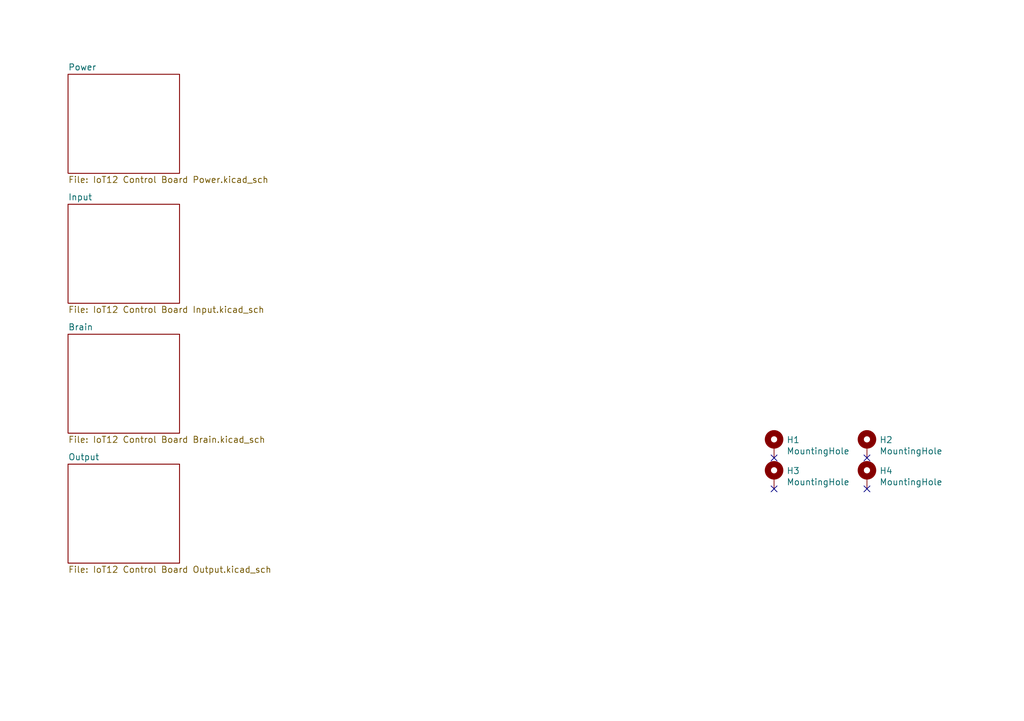
<source format=kicad_sch>
(kicad_sch (version 20211123) (generator eeschema)

  (uuid 2454fd1b-3484-4838-8b7e-d26357238fe1)

  (paper "A5")

  (title_block
    (title "IoT12 Control Board")
    (date "2022-12-20")
    (rev "V2.2")
    (company "https://github.com/atoomnetmarc/IoT12")
  )

  (lib_symbols
    (symbol "Mechanical:MountingHole_Pad" (pin_numbers hide) (pin_names (offset 1.016) hide) (in_bom yes) (on_board yes)
      (property "Reference" "H" (id 0) (at 0 6.35 0)
        (effects (font (size 1.27 1.27)))
      )
      (property "Value" "MountingHole_Pad" (id 1) (at 0 4.445 0)
        (effects (font (size 1.27 1.27)))
      )
      (property "Footprint" "" (id 2) (at 0 0 0)
        (effects (font (size 1.27 1.27)) hide)
      )
      (property "Datasheet" "~" (id 3) (at 0 0 0)
        (effects (font (size 1.27 1.27)) hide)
      )
      (property "ki_keywords" "mounting hole" (id 4) (at 0 0 0)
        (effects (font (size 1.27 1.27)) hide)
      )
      (property "ki_description" "Mounting Hole with connection" (id 5) (at 0 0 0)
        (effects (font (size 1.27 1.27)) hide)
      )
      (property "ki_fp_filters" "MountingHole*Pad*" (id 6) (at 0 0 0)
        (effects (font (size 1.27 1.27)) hide)
      )
      (symbol "MountingHole_Pad_0_1"
        (circle (center 0 1.27) (radius 1.27)
          (stroke (width 1.27) (type default) (color 0 0 0 0))
          (fill (type none))
        )
      )
      (symbol "MountingHole_Pad_1_1"
        (pin input line (at 0 -2.54 90) (length 2.54)
          (name "1" (effects (font (size 1.27 1.27))))
          (number "1" (effects (font (size 1.27 1.27))))
        )
      )
    )
  )


  (no_connect (at 158.75 100.33) (uuid 0c2229b5-86ab-4eba-90c0-e971cf7e51c3))
  (no_connect (at 158.75 93.98) (uuid 15ae6436-acd6-47fc-8596-d34bdf2e9a30))
  (no_connect (at 177.8 100.33) (uuid 179982f9-75bc-4867-9c04-03a641939574))
  (no_connect (at 177.8 93.98) (uuid d72e2e85-fa1e-40da-b7dc-408511cce4de))

  (symbol (lib_id "Mechanical:MountingHole_Pad") (at 158.75 91.44 0) (unit 1)
    (in_bom no) (on_board yes)
    (uuid 00000000-0000-0000-0000-00005ff6208f)
    (property "Reference" "H1" (id 0) (at 161.29 90.2716 0)
      (effects (font (size 1.27 1.27)) (justify left))
    )
    (property "Value" "MountingHole" (id 1) (at 161.29 92.583 0)
      (effects (font (size 1.27 1.27)) (justify left))
    )
    (property "Footprint" "MountingHole:MountingHole_3.2mm_M3_Pad_Via" (id 2) (at 158.75 91.44 0)
      (effects (font (size 1.27 1.27)) hide)
    )
    (property "Datasheet" "~" (id 3) (at 158.75 91.44 0)
      (effects (font (size 1.27 1.27)) hide)
    )
    (pin "1" (uuid 8a502044-d68d-43e8-a903-238f8fc59270))
  )

  (symbol (lib_id "Mechanical:MountingHole_Pad") (at 158.75 97.79 0) (unit 1)
    (in_bom no) (on_board yes)
    (uuid 00000000-0000-0000-0000-00005ff62514)
    (property "Reference" "H3" (id 0) (at 161.29 96.6216 0)
      (effects (font (size 1.27 1.27)) (justify left))
    )
    (property "Value" "MountingHole" (id 1) (at 161.29 98.933 0)
      (effects (font (size 1.27 1.27)) (justify left))
    )
    (property "Footprint" "MountingHole:MountingHole_3.2mm_M3_Pad_Via" (id 2) (at 158.75 97.79 0)
      (effects (font (size 1.27 1.27)) hide)
    )
    (property "Datasheet" "~" (id 3) (at 158.75 97.79 0)
      (effects (font (size 1.27 1.27)) hide)
    )
    (pin "1" (uuid 41f9621e-f915-4a51-a6ce-8a5949481ebf))
  )

  (symbol (lib_id "Mechanical:MountingHole_Pad") (at 177.8 97.79 0) (unit 1)
    (in_bom no) (on_board yes)
    (uuid 00000000-0000-0000-0000-00005ff626b4)
    (property "Reference" "H4" (id 0) (at 180.34 96.6216 0)
      (effects (font (size 1.27 1.27)) (justify left))
    )
    (property "Value" "MountingHole" (id 1) (at 180.34 98.933 0)
      (effects (font (size 1.27 1.27)) (justify left))
    )
    (property "Footprint" "MountingHole:MountingHole_3.2mm_M3_Pad_Via" (id 2) (at 177.8 97.79 0)
      (effects (font (size 1.27 1.27)) hide)
    )
    (property "Datasheet" "~" (id 3) (at 177.8 97.79 0)
      (effects (font (size 1.27 1.27)) hide)
    )
    (pin "1" (uuid 7a7f1b20-1726-477b-827a-e7438b74f485))
  )

  (symbol (lib_id "Mechanical:MountingHole_Pad") (at 177.8 91.44 0) (unit 1)
    (in_bom no) (on_board yes)
    (uuid 00000000-0000-0000-0000-00005ff628b9)
    (property "Reference" "H2" (id 0) (at 180.34 90.2716 0)
      (effects (font (size 1.27 1.27)) (justify left))
    )
    (property "Value" "MountingHole" (id 1) (at 180.34 92.583 0)
      (effects (font (size 1.27 1.27)) (justify left))
    )
    (property "Footprint" "MountingHole:MountingHole_3.2mm_M3_Pad_Via" (id 2) (at 177.8 91.44 0)
      (effects (font (size 1.27 1.27)) hide)
    )
    (property "Datasheet" "~" (id 3) (at 177.8 91.44 0)
      (effects (font (size 1.27 1.27)) hide)
    )
    (pin "1" (uuid 606a0456-30b4-47ff-89dd-f4b1a77353d5))
  )

  (sheet (at 13.97 41.91) (size 22.86 20.32) (fields_autoplaced)
    (stroke (width 0) (type solid) (color 0 0 0 0))
    (fill (color 0 0 0 0.0000))
    (uuid 00000000-0000-0000-0000-00006029ef83)
    (property "Sheet name" "Input" (id 0) (at 13.97 41.1984 0)
      (effects (font (size 1.27 1.27)) (justify left bottom))
    )
    (property "Sheet file" "IoT12 Control Board Input.kicad_sch" (id 1) (at 13.97 62.8146 0)
      (effects (font (size 1.27 1.27)) (justify left top))
    )
  )

  (sheet (at 13.97 15.24) (size 22.86 20.32) (fields_autoplaced)
    (stroke (width 0) (type solid) (color 0 0 0 0))
    (fill (color 0 0 0 0.0000))
    (uuid 00000000-0000-0000-0000-0000604268ee)
    (property "Sheet name" "Power" (id 0) (at 13.97 14.5284 0)
      (effects (font (size 1.27 1.27)) (justify left bottom))
    )
    (property "Sheet file" "IoT12 Control Board Power.kicad_sch" (id 1) (at 13.97 36.1446 0)
      (effects (font (size 1.27 1.27)) (justify left top))
    )
  )

  (sheet (at 13.97 68.58) (size 22.86 20.32) (fields_autoplaced)
    (stroke (width 0) (type solid) (color 0 0 0 0))
    (fill (color 0 0 0 0.0000))
    (uuid 00000000-0000-0000-0000-000060488463)
    (property "Sheet name" "Brain" (id 0) (at 13.97 67.8684 0)
      (effects (font (size 1.27 1.27)) (justify left bottom))
    )
    (property "Sheet file" "IoT12 Control Board Brain.kicad_sch" (id 1) (at 13.97 89.4846 0)
      (effects (font (size 1.27 1.27)) (justify left top))
    )
  )

  (sheet (at 13.97 95.25) (size 22.86 20.32) (fields_autoplaced)
    (stroke (width 0) (type solid) (color 0 0 0 0))
    (fill (color 0 0 0 0.0000))
    (uuid 00000000-0000-0000-0000-0000604a18a1)
    (property "Sheet name" "Output" (id 0) (at 13.97 94.5384 0)
      (effects (font (size 1.27 1.27)) (justify left bottom))
    )
    (property "Sheet file" "IoT12 Control Board Output.kicad_sch" (id 1) (at 13.97 116.1546 0)
      (effects (font (size 1.27 1.27)) (justify left top))
    )
  )

  (sheet_instances
    (path "/" (page "1"))
    (path "/00000000-0000-0000-0000-0000604268ee" (page "2"))
    (path "/00000000-0000-0000-0000-00006029ef83" (page "3"))
    (path "/00000000-0000-0000-0000-000060488463" (page "4"))
    (path "/00000000-0000-0000-0000-0000604a18a1" (page "5"))
  )

  (symbol_instances
    (path "/00000000-0000-0000-0000-00006029ef83/00000000-0000-0000-0000-0000607033b8"
      (reference "#FLG0101") (unit 1) (value "PWR_FLAG") (footprint "")
    )
    (path "/00000000-0000-0000-0000-00006029ef83/00000000-0000-0000-0000-0000606e8615"
      (reference "#FLG0102") (unit 1) (value "PWR_FLAG") (footprint "")
    )
    (path "/00000000-0000-0000-0000-0000604268ee/4fa44df4-3875-402c-bfec-b4d88b8b6638"
      (reference "#FLG0103") (unit 1) (value "PWR_FLAG") (footprint "")
    )
    (path "/00000000-0000-0000-0000-0000604268ee/8eb3b12a-1907-4593-9ba9-3e425a6d086c"
      (reference "#FLG0104") (unit 1) (value "PWR_FLAG") (footprint "")
    )
    (path "/00000000-0000-0000-0000-0000604268ee/e3f5d669-aa0d-4766-b4c7-9f37efec8f4c"
      (reference "#FLG0105") (unit 1) (value "PWR_FLAG") (footprint "")
    )
    (path "/00000000-0000-0000-0000-0000604268ee/7cd39807-9a30-4b5d-9d48-89e0476ad85a"
      (reference "#FLG0106") (unit 1) (value "PWR_FLAG") (footprint "")
    )
    (path "/00000000-0000-0000-0000-000060488463/09737fcc-64ae-4000-a22f-1dafde22b5e6"
      (reference "#PWR01") (unit 1) (value "+5V") (footprint "")
    )
    (path "/00000000-0000-0000-0000-000060488463/8c46b296-7196-4e5a-ae97-398a20821f33"
      (reference "#PWR02") (unit 1) (value "+3.3V") (footprint "")
    )
    (path "/00000000-0000-0000-0000-0000604268ee/5ecd3a23-5c62-4dd4-b65e-9a0c199dec27"
      (reference "#PWR03") (unit 1) (value "+5V") (footprint "")
    )
    (path "/00000000-0000-0000-0000-0000604268ee/f23f3a8a-e9ce-410a-a43b-b316849fbdf4"
      (reference "#PWR04") (unit 1) (value "GND") (footprint "")
    )
    (path "/00000000-0000-0000-0000-0000604268ee/9751a6eb-c485-4787-b59a-3f5bf9caed61"
      (reference "#PWR05") (unit 1) (value "+24V") (footprint "")
    )
    (path "/00000000-0000-0000-0000-000060488463/ff4245c0-4ee1-4143-9ede-76e77b1f71a2"
      (reference "#PWR06") (unit 1) (value "+3.3V") (footprint "")
    )
    (path "/00000000-0000-0000-0000-000060488463/75615f4a-8c2f-4db7-b6ed-d9c0efa67838"
      (reference "#PWR07") (unit 1) (value "+3.3V") (footprint "")
    )
    (path "/00000000-0000-0000-0000-00006029ef83/3735351e-f4ae-44f1-b8bd-138c9d9d0175"
      (reference "#PWR08") (unit 1) (value "GND") (footprint "")
    )
    (path "/00000000-0000-0000-0000-00006029ef83/9089b8a7-83ee-4f5b-b163-c07ca622d0ba"
      (reference "#PWR09") (unit 1) (value "+3.3V") (footprint "")
    )
    (path "/00000000-0000-0000-0000-000060488463/5d8599f0-1cc8-4ae5-8095-bf24dd85ada4"
      (reference "#PWR010") (unit 1) (value "+3.3V") (footprint "")
    )
    (path "/00000000-0000-0000-0000-000060488463/1c6ebf41-02fb-47f5-a434-3c9d061c83c9"
      (reference "#PWR011") (unit 1) (value "GND") (footprint "")
    )
    (path "/00000000-0000-0000-0000-000060488463/4f1264b3-ac91-4aba-acc6-9e305bca977a"
      (reference "#PWR012") (unit 1) (value "GND") (footprint "")
    )
    (path "/00000000-0000-0000-0000-00006029ef83/00000000-0000-0000-0000-00006018fe62"
      (reference "#PWR0101") (unit 1) (value "+3.3V") (footprint "")
    )
    (path "/00000000-0000-0000-0000-00006029ef83/00000000-0000-0000-0000-0000603393a7"
      (reference "#PWR0102") (unit 1) (value "+3.3V") (footprint "")
    )
    (path "/00000000-0000-0000-0000-00006029ef83/00000000-0000-0000-0000-000060339396"
      (reference "#PWR0103") (unit 1) (value "GND") (footprint "")
    )
    (path "/00000000-0000-0000-0000-00006029ef83/00000000-0000-0000-0000-0000603393aa"
      (reference "#PWR0104") (unit 1) (value "GND") (footprint "")
    )
    (path "/00000000-0000-0000-0000-00006029ef83/00000000-0000-0000-0000-0000603393ae"
      (reference "#PWR0105") (unit 1) (value "GND") (footprint "")
    )
    (path "/00000000-0000-0000-0000-00006029ef83/00000000-0000-0000-0000-0000603393ad"
      (reference "#PWR0106") (unit 1) (value "GND") (footprint "")
    )
    (path "/00000000-0000-0000-0000-00006029ef83/00000000-0000-0000-0000-00006018f510"
      (reference "#PWR0107") (unit 1) (value "GND") (footprint "")
    )
    (path "/00000000-0000-0000-0000-00006029ef83/00000000-0000-0000-0000-0000603393a6"
      (reference "#PWR0108") (unit 1) (value "GND") (footprint "")
    )
    (path "/00000000-0000-0000-0000-00006029ef83/00000000-0000-0000-0000-00006028c38e"
      (reference "#PWR0109") (unit 1) (value "+3.3V") (footprint "")
    )
    (path "/00000000-0000-0000-0000-00006029ef83/00000000-0000-0000-0000-0000603e71ad"
      (reference "#PWR0110") (unit 1) (value "+3.3V") (footprint "")
    )
    (path "/00000000-0000-0000-0000-00006029ef83/00000000-0000-0000-0000-00006026b468"
      (reference "#PWR0111") (unit 1) (value "+3.3V") (footprint "")
    )
    (path "/00000000-0000-0000-0000-00006029ef83/00000000-0000-0000-0000-0000605ce7ef"
      (reference "#PWR0112") (unit 1) (value "+3.3V") (footprint "")
    )
    (path "/00000000-0000-0000-0000-00006029ef83/00000000-0000-0000-0000-0000603393a1"
      (reference "#PWR0113") (unit 1) (value "GND") (footprint "")
    )
    (path "/00000000-0000-0000-0000-00006029ef83/00000000-0000-0000-0000-0000603af428"
      (reference "#PWR0114") (unit 1) (value "GND") (footprint "")
    )
    (path "/00000000-0000-0000-0000-00006029ef83/00000000-0000-0000-0000-00006026ad10"
      (reference "#PWR0115") (unit 1) (value "GND") (footprint "")
    )
    (path "/00000000-0000-0000-0000-00006029ef83/00000000-0000-0000-0000-000060379b2a"
      (reference "#PWR0116") (unit 1) (value "GND") (footprint "")
    )
    (path "/00000000-0000-0000-0000-00006029ef83/00000000-0000-0000-0000-000060133809"
      (reference "#PWR0117") (unit 1) (value "+3.3V") (footprint "")
    )
    (path "/00000000-0000-0000-0000-0000604268ee/2bc5a0f3-c370-4f02-9b39-6f097d1abd9d"
      (reference "#PWR0118") (unit 1) (value "GND") (footprint "")
    )
    (path "/00000000-0000-0000-0000-000060488463/43463e60-4627-44a7-8862-4f6d74f8b94a"
      (reference "#PWR0119") (unit 1) (value "GND") (footprint "")
    )
    (path "/00000000-0000-0000-0000-000060488463/54ba5212-889d-4941-800c-b0ec5c64264d"
      (reference "#PWR0120") (unit 1) (value "+3.3V") (footprint "")
    )
    (path "/00000000-0000-0000-0000-000060488463/c496b3bb-0d22-4002-8b0d-b8a757812e5c"
      (reference "#PWR0121") (unit 1) (value "+3.3V") (footprint "")
    )
    (path "/00000000-0000-0000-0000-0000604a18a1/b5b856cc-bcc8-4d32-bed1-7ddce4d16b0d"
      (reference "#PWR0122") (unit 1) (value "GND") (footprint "")
    )
    (path "/00000000-0000-0000-0000-0000604a18a1/08c9b678-3058-4882-aafa-1db9f857f508"
      (reference "#PWR0123") (unit 1) (value "+3.3V") (footprint "")
    )
    (path "/00000000-0000-0000-0000-000060488463/00000000-0000-0000-0000-00005ff0ebe1"
      (reference "#PWR0132") (unit 1) (value "+5V") (footprint "")
    )
    (path "/00000000-0000-0000-0000-000060488463/00000000-0000-0000-0000-00005ff124e8"
      (reference "#PWR0133") (unit 1) (value "+3.3V") (footprint "")
    )
    (path "/00000000-0000-0000-0000-0000604268ee/00000000-0000-0000-0000-000060501446"
      (reference "#PWR0136") (unit 1) (value "GND") (footprint "")
    )
    (path "/00000000-0000-0000-0000-000060488463/00000000-0000-0000-0000-0000608ead5c"
      (reference "#PWR0137") (unit 1) (value "GND") (footprint "")
    )
    (path "/00000000-0000-0000-0000-000060488463/00000000-0000-0000-0000-00006031baf6"
      (reference "#PWR0152") (unit 1) (value "GND") (footprint "")
    )
    (path "/00000000-0000-0000-0000-000060488463/00000000-0000-0000-0000-00005ff0e00e"
      (reference "#PWR0153") (unit 1) (value "GND") (footprint "")
    )
    (path "/00000000-0000-0000-0000-000060488463/00000000-0000-0000-0000-00006032601f"
      (reference "#PWR0157") (unit 1) (value "+3.3V") (footprint "")
    )
    (path "/00000000-0000-0000-0000-000060488463/00000000-0000-0000-0000-000060326c39"
      (reference "#PWR0158") (unit 1) (value "+3.3V") (footprint "")
    )
    (path "/00000000-0000-0000-0000-0000604a18a1/00000000-0000-0000-0000-000060373f3b"
      (reference "#PWR0164") (unit 1) (value "+24V") (footprint "")
    )
    (path "/00000000-0000-0000-0000-0000604a18a1/00000000-0000-0000-0000-0000603ab6e0"
      (reference "#PWR0165") (unit 1) (value "+24V") (footprint "")
    )
    (path "/00000000-0000-0000-0000-0000604a18a1/00000000-0000-0000-0000-00006037b770"
      (reference "#PWR0166") (unit 1) (value "+24V") (footprint "")
    )
    (path "/00000000-0000-0000-0000-0000604a18a1/00000000-0000-0000-0000-0000603e5fb5"
      (reference "#PWR0167") (unit 1) (value "+24V") (footprint "")
    )
    (path "/00000000-0000-0000-0000-0000604a18a1/00000000-0000-0000-0000-00006020abd9"
      (reference "#PWR0170") (unit 1) (value "GND") (footprint "")
    )
    (path "/00000000-0000-0000-0000-0000604a18a1/00000000-0000-0000-0000-00005ff2d4e1"
      (reference "#PWR0171") (unit 1) (value "GND") (footprint "")
    )
    (path "/00000000-0000-0000-0000-0000604a18a1/00000000-0000-0000-0000-000060357ca7"
      (reference "#PWR0172") (unit 1) (value "GND") (footprint "")
    )
    (path "/00000000-0000-0000-0000-0000604a18a1/00000000-0000-0000-0000-00006038a739"
      (reference "#PWR0173") (unit 1) (value "GND") (footprint "")
    )
    (path "/00000000-0000-0000-0000-0000604a18a1/00000000-0000-0000-0000-00006006090c"
      (reference "#PWR0174") (unit 1) (value "GND") (footprint "")
    )
    (path "/00000000-0000-0000-0000-0000604a18a1/00000000-0000-0000-0000-00006061aae8"
      (reference "#PWR0176") (unit 1) (value "GND") (footprint "")
    )
    (path "/00000000-0000-0000-0000-0000604a18a1/00000000-0000-0000-0000-000060692f04"
      (reference "#PWR0177") (unit 1) (value "+5V") (footprint "")
    )
    (path "/00000000-0000-0000-0000-0000604a18a1/00000000-0000-0000-0000-00006069361e"
      (reference "#PWR0178") (unit 1) (value "GND") (footprint "")
    )
    (path "/00000000-0000-0000-0000-0000604268ee/00000000-0000-0000-0000-000060501a96"
      (reference "#PWR0179") (unit 1) (value "+3V3") (footprint "")
    )
    (path "/00000000-0000-0000-0000-0000604268ee/00000000-0000-0000-0000-00006071e102"
      (reference "#PWR0180") (unit 1) (value "GND") (footprint "")
    )
    (path "/00000000-0000-0000-0000-000060488463/00000000-0000-0000-0000-00005ff09372"
      (reference "A1") (unit 1) (value "2x Conn_01x19_Female") (footprint "Module-extra:ESP32-DevKitC")
    )
    (path "/00000000-0000-0000-0000-0000604a18a1/00000000-0000-0000-0000-000060692413"
      (reference "A2") (unit 1) (value "max98357") (footprint "Module-extra:max98357")
    )
    (path "/00000000-0000-0000-0000-000060488463/1bfe5704-f0fa-4643-975c-e2c952cc5f20"
      (reference "A3") (unit 1) (value "SAMD21_breakout") (footprint "Module-extra:SAMD21_breakout")
    )
    (path "/00000000-0000-0000-0000-00006029ef83/00000000-0000-0000-0000-0000603393a0"
      (reference "C10") (unit 1) (value "100pF") (footprint "Capacitor_SMD:C_0805_2012Metric_Pad1.18x1.45mm_HandSolder")
    )
    (path "/00000000-0000-0000-0000-00006029ef83/00000000-0000-0000-0000-000060152986"
      (reference "C20") (unit 1) (value "1nF") (footprint "Capacitor_SMD:C_0805_2012Metric_Pad1.18x1.45mm_HandSolder")
    )
    (path "/00000000-0000-0000-0000-00006029ef83/00000000-0000-0000-0000-00006049fe3d"
      (reference "C21") (unit 1) (value "1nF") (footprint "Capacitor_SMD:C_0805_2012Metric_Pad1.18x1.45mm_HandSolder")
    )
    (path "/00000000-0000-0000-0000-00006029ef83/00000000-0000-0000-0000-000060339394"
      (reference "C30") (unit 1) (value "100nF") (footprint "Capacitor_SMD:C_0805_2012Metric_Pad1.18x1.45mm_HandSolder")
    )
    (path "/00000000-0000-0000-0000-00006029ef83/00000000-0000-0000-0000-0000603393a9"
      (reference "C31") (unit 1) (value "100nF") (footprint "Capacitor_SMD:C_0805_2012Metric_Pad1.18x1.45mm_HandSolder")
    )
    (path "/00000000-0000-0000-0000-00006029ef83/00000000-0000-0000-0000-0000603b0236"
      (reference "C32") (unit 1) (value "100nF") (footprint "Capacitor_SMD:C_0805_2012Metric_Pad1.18x1.45mm_HandSolder")
    )
    (path "/00000000-0000-0000-0000-000060488463/ca59518c-1db6-46c3-b2b7-22faa2cd26ec"
      (reference "C33") (unit 1) (value "100nF") (footprint "Capacitor_SMD:C_0805_2012Metric_Pad1.18x1.45mm_HandSolder")
    )
    (path "/00000000-0000-0000-0000-000060488463/00000000-0000-0000-0000-0000608dd07a"
      (reference "C60") (unit 1) (value "100uF/35V") (footprint "Capacitor_SMD:CP_Elec_6.3x7.7")
    )
    (path "/00000000-0000-0000-0000-000060488463/951fb298-546f-4e86-b924-c43db73a4765"
      (reference "C61") (unit 1) (value "100uF/35V") (footprint "Capacitor_SMD:CP_Elec_6.3x7.7")
    )
    (path "/00000000-0000-0000-0000-00006029ef83/00000000-0000-0000-0000-00006033052d"
      (reference "D1") (unit 1) (value "BAV99") (footprint "Package_TO_SOT_SMD:SOT-23")
    )
    (path "/00000000-0000-0000-0000-00006029ef83/00000000-0000-0000-0000-0000602f5ece"
      (reference "D2") (unit 1) (value "BAV99") (footprint "Package_TO_SOT_SMD:SOT-23")
    )
    (path "/00000000-0000-0000-0000-0000604268ee/dd885929-2715-45b1-8bee-0a4d21f19967"
      (reference "D3") (unit 1) (value "BAV99") (footprint "Package_TO_SOT_SMD:SOT-23")
    )
    (path "/00000000-0000-0000-0000-0000604268ee/00000000-0000-0000-0000-0000604fd0fa"
      (reference "D4") (unit 1) (value "BAV99") (footprint "Package_TO_SOT_SMD:SOT-23")
    )
    (path "/00000000-0000-0000-0000-0000604a18a1/00000000-0000-0000-0000-0000603abb73"
      (reference "D10") (unit 1) (value "BZX84C18") (footprint "Package_TO_SOT_SMD:SOT-23")
    )
    (path "/00000000-0000-0000-0000-0000604a18a1/00000000-0000-0000-0000-000060208e90"
      (reference "D20") (unit 1) (value "Red") (footprint "LED_SMD:LED_0805_2012Metric_Pad1.15x1.40mm_HandSolder")
    )
    (path "/00000000-0000-0000-0000-0000604a18a1/00000000-0000-0000-0000-0000603e637a"
      (reference "D30") (unit 1) (value "SS14") (footprint "Diode_SMD:D_SMA")
    )
    (path "/00000000-0000-0000-0000-0000604a18a1/00000000-0000-0000-0000-0000603bc8d1"
      (reference "D40") (unit 1) (value "SS34") (footprint "Diode_SMD:D_SMA")
    )
    (path "/00000000-0000-0000-0000-00005ff6208f"
      (reference "H1") (unit 1) (value "MountingHole") (footprint "MountingHole:MountingHole_3.2mm_M3_Pad_Via")
    )
    (path "/00000000-0000-0000-0000-00005ff628b9"
      (reference "H2") (unit 1) (value "MountingHole") (footprint "MountingHole:MountingHole_3.2mm_M3_Pad_Via")
    )
    (path "/00000000-0000-0000-0000-00005ff62514"
      (reference "H3") (unit 1) (value "MountingHole") (footprint "MountingHole:MountingHole_3.2mm_M3_Pad_Via")
    )
    (path "/00000000-0000-0000-0000-00005ff626b4"
      (reference "H4") (unit 1) (value "MountingHole") (footprint "MountingHole:MountingHole_3.2mm_M3_Pad_Via")
    )
    (path "/00000000-0000-0000-0000-0000604a18a1/4fb81dad-2aec-46b8-9971-4d3a26040cc7"
      (reference "J1") (unit 1) (value "IDC-Header_2x07_P2.54mm") (footprint "Connector_IDC:IDC-Header_2x07_P2.54mm_Vertical")
    )
    (path "/00000000-0000-0000-0000-0000604a18a1/7f7d546c-9882-4393-aecd-00034ccf0397"
      (reference "J2") (unit 1) (value "JST B2B-XH-A") (footprint "Connector_JST:JST_XH_B2B-XH-A_1x02_P2.50mm_Vertical")
    )
    (path "/00000000-0000-0000-0000-0000604268ee/eb9b5c00-8170-440c-b84e-49ad42079ee6"
      (reference "J4") (unit 1) (value "JST B4B-XH-A") (footprint "Connector_JST:JST_XH_B4B-XH-A_1x04_P2.50mm_Vertical")
    )
    (path "/00000000-0000-0000-0000-0000604a18a1/7abc3f00-7daf-414a-89cb-a9cba0a7ef57"
      (reference "J5") (unit 1) (value "JST B5B-XH-A") (footprint "Connector_JST:JST_XH_B5B-XH-A_1x05_P2.50mm_Vertical")
    )
    (path "/00000000-0000-0000-0000-00006029ef83/d59133ba-db87-4e86-86fe-135dd2b22850"
      (reference "J6") (unit 1) (value "JST B6B-XH-A") (footprint "Connector_JST:JST_XH_B6B-XH-A_1x06_P2.50mm_Vertical")
    )
    (path "/00000000-0000-0000-0000-00006029ef83/00000000-0000-0000-0000-00006037b2cf"
      (reference "NT1") (unit 1) (value "~") (footprint "NetTie-extra:NetTie-2_SMD_Pad0.5mm")
    )
    (path "/00000000-0000-0000-0000-0000604a18a1/00000000-0000-0000-0000-00006014262e"
      (reference "NT2") (unit 1) (value "~") (footprint "NetTie-extra:NetTie-2_SMD_Pad0.5mm")
    )
    (path "/00000000-0000-0000-0000-0000604a18a1/00000000-0000-0000-0000-0000604dcd37"
      (reference "NT3") (unit 1) (value "~") (footprint "NetTie-extra:NetTie-2_SMD_Pad0.5mm")
    )
    (path "/00000000-0000-0000-0000-0000604a18a1/00000000-0000-0000-0000-00005ff33f94"
      (reference "Q1") (unit 1) (value "MMBT2222") (footprint "Package_TO_SOT_SMD:SOT-23")
    )
    (path "/00000000-0000-0000-0000-0000604a18a1/00000000-0000-0000-0000-00005ff2b8dd"
      (reference "Q10") (unit 1) (value "AOD403") (footprint "Package_TO_SOT_SMD:TO-252-2")
    )
    (path "/00000000-0000-0000-0000-0000604a18a1/00000000-0000-0000-0000-0000605f934e"
      (reference "R1") (unit 1) (value "0R005") (footprint "Resistor_SMD:R_2512_6332Metric_Pad1.40x3.35mm_HandSolder")
    )
    (path "/00000000-0000-0000-0000-0000604268ee/578c0e15-3040-4d95-97cd-9aa480e8bce7"
      (reference "R2") (unit 1) (value "100R") (footprint "Resistor_SMD:R_0805_2012Metric_Pad1.20x1.40mm_HandSolder")
    )
    (path "/00000000-0000-0000-0000-00006029ef83/00000000-0000-0000-0000-000060339390"
      (reference "R10") (unit 1) (value "100R") (footprint "Resistor_SMD:R_0805_2012Metric_Pad1.20x1.40mm_HandSolder")
    )
    (path "/00000000-0000-0000-0000-00006029ef83/00000000-0000-0000-0000-0000603393a8"
      (reference "R11") (unit 1) (value "100R") (footprint "Resistor_SMD:R_0805_2012Metric_Pad1.20x1.40mm_HandSolder")
    )
    (path "/00000000-0000-0000-0000-0000604268ee/00000000-0000-0000-0000-000060506a5d"
      (reference "R12") (unit 1) (value "100R") (footprint "Resistor_SMD:R_0805_2012Metric_Pad1.20x1.40mm_HandSolder")
    )
    (path "/00000000-0000-0000-0000-00006029ef83/00000000-0000-0000-0000-00006005ad80"
      (reference "R21") (unit 1) (value "470R 1%") (footprint "Resistor_SMD:R_0805_2012Metric_Pad1.20x1.40mm_HandSolder")
    )
    (path "/00000000-0000-0000-0000-00006029ef83/00000000-0000-0000-0000-0000603393a5"
      (reference "R30") (unit 1) (value "1k 1%") (footprint "Resistor_SMD:R_0805_2012Metric_Pad1.20x1.40mm_HandSolder")
    )
    (path "/00000000-0000-0000-0000-0000604268ee/1bb5fe3c-0fb2-469a-9cfd-2a8367ddefc3"
      (reference "R31") (unit 1) (value "1k") (footprint "Resistor_SMD:R_0805_2012Metric_Pad1.20x1.40mm_HandSolder")
    )
    (path "/00000000-0000-0000-0000-0000604a18a1/00000000-0000-0000-0000-00005ff21b0c"
      (reference "R32") (unit 1) (value "1k") (footprint "Resistor_SMD:R_0805_2012Metric_Pad1.20x1.40mm_HandSolder")
    )
    (path "/00000000-0000-0000-0000-0000604a18a1/00000000-0000-0000-0000-00006035f335"
      (reference "R33") (unit 1) (value "1k") (footprint "Resistor_SMD:R_0805_2012Metric_Pad1.20x1.40mm_HandSolder")
    )
    (path "/00000000-0000-0000-0000-0000604268ee/33b82e2d-178b-4ab0-9971-3769cf850427"
      (reference "R40") (unit 1) (value "4k7 1%") (footprint "Resistor_SMD:R_0805_2012Metric_Pad1.20x1.40mm_HandSolder")
    )
    (path "/00000000-0000-0000-0000-000060488463/df3387fc-54cd-4764-a0a9-05a48f3019f2"
      (reference "R41") (unit 1) (value "4k7") (footprint "Resistor_SMD:R_0805_2012Metric_Pad1.20x1.40mm_HandSolder")
    )
    (path "/00000000-0000-0000-0000-000060488463/d1d51fee-6bf6-49b6-b324-13da2675db3a"
      (reference "R42") (unit 1) (value "4k7") (footprint "Resistor_SMD:R_0805_2012Metric_Pad1.20x1.40mm_HandSolder")
    )
    (path "/00000000-0000-0000-0000-000060488463/00000000-0000-0000-0000-000060320633"
      (reference "R43") (unit 1) (value "4k7") (footprint "Resistor_SMD:R_0805_2012Metric_Pad1.20x1.40mm_HandSolder")
    )
    (path "/00000000-0000-0000-0000-000060488463/00000000-0000-0000-0000-00006032271b"
      (reference "R44") (unit 1) (value "4k7") (footprint "Resistor_SMD:R_0805_2012Metric_Pad1.20x1.40mm_HandSolder")
    )
    (path "/00000000-0000-0000-0000-00006029ef83/00000000-0000-0000-0000-0000605429d4"
      (reference "R47") (unit 1) (value "4k7") (footprint "Resistor_SMD:R_0805_2012Metric_Pad1.20x1.40mm_HandSolder")
    )
    (path "/00000000-0000-0000-0000-00006029ef83/00000000-0000-0000-0000-000060339393"
      (reference "R48") (unit 1) (value "4k7") (footprint "Resistor_SMD:R_0805_2012Metric_Pad1.20x1.40mm_HandSolder")
    )
    (path "/00000000-0000-0000-0000-0000604a18a1/00000000-0000-0000-0000-00006035ec09"
      (reference "R49") (unit 1) (value "4k7") (footprint "Resistor_SMD:R_0805_2012Metric_Pad1.20x1.40mm_HandSolder")
    )
    (path "/00000000-0000-0000-0000-0000604a18a1/00000000-0000-0000-0000-00006020aa0c"
      (reference "R50") (unit 1) (value "4k7") (footprint "Resistor_SMD:R_0805_2012Metric_Pad1.20x1.40mm_HandSolder")
    )
    (path "/00000000-0000-0000-0000-00006029ef83/00000000-0000-0000-0000-0000603393a2"
      (reference "R60") (unit 1) (value "10k 0.1%") (footprint "Resistor_SMD:R_0805_2012Metric_Pad1.20x1.40mm_HandSolder")
    )
    (path "/00000000-0000-0000-0000-00006029ef83/00000000-0000-0000-0000-000060339398"
      (reference "R61") (unit 1) (value "10k 0.1%") (footprint "Resistor_SMD:R_0805_2012Metric_Pad1.20x1.40mm_HandSolder")
    )
    (path "/00000000-0000-0000-0000-00006029ef83/00000000-0000-0000-0000-0000603393a3"
      (reference "R62") (unit 1) (value "10k 0.1%") (footprint "Resistor_SMD:R_0805_2012Metric_Pad1.20x1.40mm_HandSolder")
    )
    (path "/00000000-0000-0000-0000-00006029ef83/00000000-0000-0000-0000-00006049fe47"
      (reference "R63") (unit 1) (value "10k 0.1%") (footprint "Resistor_SMD:R_0805_2012Metric_Pad1.20x1.40mm_HandSolder")
    )
    (path "/00000000-0000-0000-0000-00006029ef83/00000000-0000-0000-0000-000060339392"
      (reference "R64") (unit 1) (value "10k 0.1%") (footprint "Resistor_SMD:R_0805_2012Metric_Pad1.20x1.40mm_HandSolder")
    )
    (path "/00000000-0000-0000-0000-0000604268ee/4231a31f-d47b-4336-93e4-76519b0f0fba"
      (reference "R70") (unit 1) (value "100k 1%") (footprint "Resistor_SMD:R_0805_2012Metric_Pad1.20x1.40mm_HandSolder")
    )
    (path "/00000000-0000-0000-0000-0000604a18a1/00000000-0000-0000-0000-00005ff2d2ed"
      (reference "R71") (unit 1) (value "100k") (footprint "Resistor_SMD:R_0805_2012Metric_Pad1.20x1.40mm_HandSolder")
    )
    (path "/00000000-0000-0000-0000-0000604a18a1/00000000-0000-0000-0000-0000606a8c21"
      (reference "R72") (unit 1) (value "100k") (footprint "Resistor_SMD:R_0805_2012Metric_Pad1.20x1.40mm_HandSolder")
    )
    (path "/00000000-0000-0000-0000-0000604268ee/00000000-0000-0000-0000-00006071d566"
      (reference "R73") (unit 1) (value "100k") (footprint "Resistor_SMD:R_0805_2012Metric_Pad1.20x1.40mm_HandSolder")
    )
    (path "/00000000-0000-0000-0000-00006029ef83/00000000-0000-0000-0000-00006028b458"
      (reference "R74") (unit 1) (value "100k") (footprint "Resistor_SMD:R_0805_2012Metric_Pad1.20x1.40mm_HandSolder")
    )
    (path "/00000000-0000-0000-0000-00006029ef83/00000000-0000-0000-0000-0000603393b1"
      (reference "R75") (unit 1) (value "100k") (footprint "Resistor_SMD:R_0805_2012Metric_Pad1.20x1.40mm_HandSolder")
    )
    (path "/00000000-0000-0000-0000-0000604a18a1/00000000-0000-0000-0000-000060060621"
      (reference "R76") (unit 1) (value "100k") (footprint "Resistor_SMD:R_0805_2012Metric_Pad1.20x1.40mm_HandSolder")
    )
    (path "/00000000-0000-0000-0000-000060488463/baac447a-9170-49fe-96a9-cd15834c9685"
      (reference "R77") (unit 1) (value "100k") (footprint "Resistor_SMD:R_0805_2012Metric_Pad1.20x1.40mm_HandSolder")
    )
    (path "/00000000-0000-0000-0000-000060488463/c767f83f-80c1-4de9-bd02-4c067f53ad2f"
      (reference "R78") (unit 1) (value "100k") (footprint "Resistor_SMD:R_0805_2012Metric_Pad1.20x1.40mm_HandSolder")
    )
    (path "/00000000-0000-0000-0000-0000604a18a1/943d6df9-8ea1-4b4f-b228-4805673acf68"
      (reference "R80") (unit 1) (value "560k") (footprint "Resistor_SMD:R_0805_2012Metric_Pad1.20x1.40mm_HandSolder")
    )
    (path "/00000000-0000-0000-0000-000060488463/d8a477bc-1a4c-40f5-929a-9c31028bf369"
      (reference "U1") (unit 1) (value "W25Q64FVSSIG") (footprint "Package_SO-fixed:SOIC-8_5.23x5.23mm_P1.27mm")
    )
    (path "/00000000-0000-0000-0000-00006029ef83/00000000-0000-0000-0000-0000601a48e7"
      (reference "U2") (unit 1) (value "ADS1115IDGS") (footprint "Package_SO:TSSOP-10_3x3mm_P0.5mm")
    )
    (path "/00000000-0000-0000-0000-00006029ef83/00000000-0000-0000-0000-000060057f60"
      (reference "U3") (unit 1) (value "INA826AID") (footprint "Package_SO-fixed:SOIC-8_5.23x5.23mm_P1.27mm")
    )
    (path "/00000000-0000-0000-0000-00006029ef83/00000000-0000-0000-0000-0000603393a4"
      (reference "U4") (unit 1) (value "INA826AID") (footprint "Package_SO-fixed:SOIC-8_5.23x5.23mm_P1.27mm")
    )
    (path "/00000000-0000-0000-0000-0000604268ee/00000000-0000-0000-0000-0000604fcb6b"
      (reference "U5") (unit 1) (value "MAX809S") (footprint "Package_TO_SOT_SMD:SOT-23")
    )
  )
)

</source>
